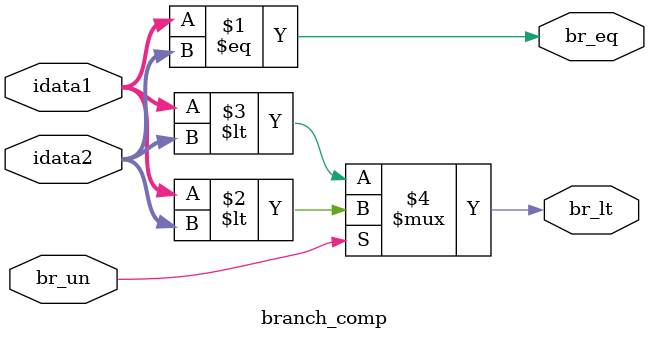
<source format=v>
module branch_comp #(
    parameter IDATAW = 32
) (
    input signed [IDATAW-1:0] idata1,
    input signed [IDATAW-1:0] idata2,
    input br_un,                             // Unsigned branch
    output br_eq,                            // If not br_eq/br_lt, then br_gt
    output br_lt
);

    assign br_eq = (idata1 == idata2);
    assign br_lt = (br_un) ? 
        ( $unsigned(idata1) < $unsigned(idata2) ) : 
        ( idata1 < idata2 ); 

endmodule
</source>
